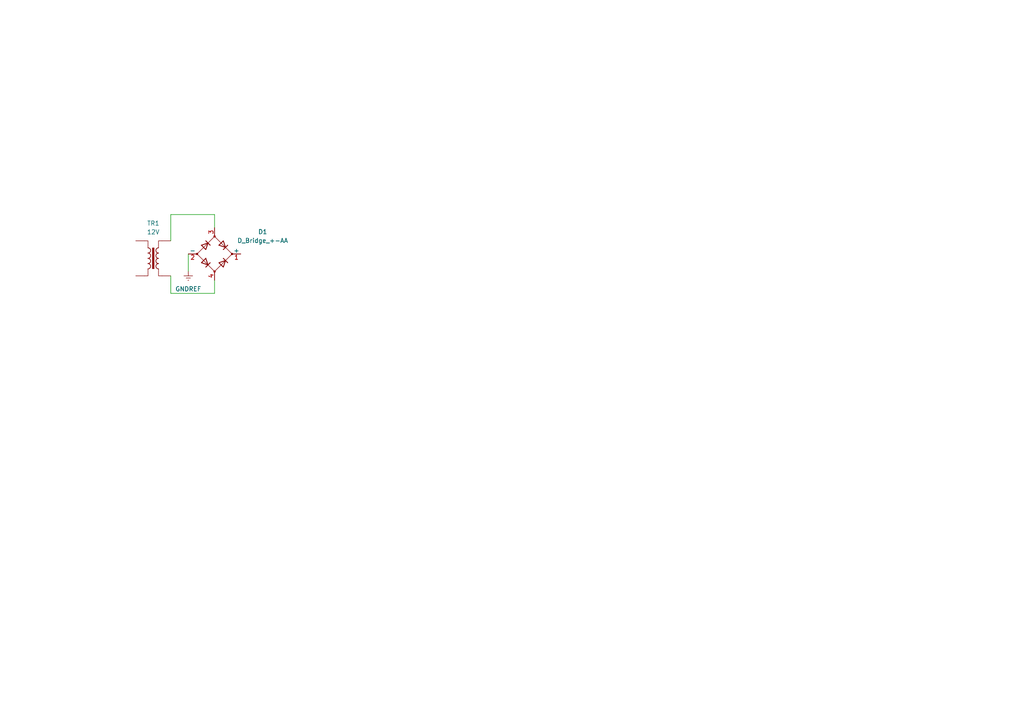
<source format=kicad_sch>
(kicad_sch (version 20250114) (generator "eeschema") (generator_version "9.0")
  (paper "A4")
  (lib_symbols
    (symbol "Device:D_Bridge_+-AA" (pin_names (offset 0))
      (property "Reference" "D" (at 2.54 6.985 0))
      (property "Value" "D_Bridge_+-AA" (at 2.54 5.08 0))
      (symbol "D_Bridge_+-AA_0_1"
        (circle (center -5.08 0) (radius 0.254) (fill (type outline)))
        (polyline (pts (xy -5.08 0) (xy 0 -5.08) (xy 5.08 0) (xy 0 5.08) (xy -5.08 0)))
        (polyline (pts (xy -3.81 2.54) (xy -2.54 1.27) (xy -1.905 3.175) (xy -3.81 2.54)) (stroke (width 0.254)))
        (polyline (pts (xy -2.54 3.81) (xy -1.27 2.54)) (stroke (width 0.254)))
        (polyline (pts (xy -2.54 -1.27) (xy -3.81 -2.54) (xy -1.905 -3.175) (xy -2.54 -1.27)) (stroke (width 0.254)))
        (polyline (pts (xy -1.27 -2.54) (xy -2.54 -3.81)) (stroke (width 0.254)))
        (circle (center 0 5.08) (radius 0.254) (fill (type outline)))
        (circle (center 0 -5.08) (radius 0.254) (fill (type outline)))
        (polyline (pts (xy 1.27 2.54) (xy 2.54 3.81) (xy 3.175 1.905) (xy 1.27 2.54)) (stroke (width 0.254)))
        (polyline (pts (xy 2.54 1.27) (xy 3.81 2.54)) (stroke (width 0.254)))
        (polyline (pts (xy 2.54 -1.27) (xy 3.81 -2.54)) (stroke (width 0.254)))
        (polyline (pts (xy 3.175 -1.905) (xy 1.27 -2.54) (xy 2.54 -3.81) (xy 3.175 -1.905)) (stroke (width 0.254)))
        (circle (center 5.08 0) (radius 0.254) (fill (type outline)))
      )
      (symbol "D_Bridge_+-AA_1_1"
        (pin passive line (at -7.62 0 0) (length 2.54) (name "-") (number "2"))
        (pin passive line (at 0 7.62 270) (length 2.54) (name "~") (number "3"))
        (pin passive line (at 0 -7.62 90) (length 2.54) (name "~") (number "4"))
        (pin passive line (at 7.62 0 180) (length 2.54) (name "+") (number "1"))
      )
    )
    (symbol "Transformer:TRANSF1" (pin_numbers (hide yes)) (pin_names (offset 0))
      (property "Reference" "TR" (at 0 6.35 0))
      (property "Value" "TRANSF1" (at 0 -6.35 0))
      (symbol "TRANSF1_0_1"
        (polyline (pts (xy -2.54 5.08) (xy -1.524 5.08) (xy -1.524 3.048)) (stroke (width 0.1524)))
        (arc (start -1.524 3.048) (mid -0.7653 2.286) (end -1.524 1.524) (stroke (width 0.2032)))
        (arc (start -1.524 1.524) (mid -0.7653 0.762) (end -1.524 0) (stroke (width 0.2032)))
        (arc (start -1.524 0) (mid -0.7653 -0.762) (end -1.524 -1.524) (stroke (width 0.2032)))
        (arc (start -1.524 -1.524) (mid -0.7653 -2.286) (end -1.524 -3.048) (stroke (width 0.2032)))
        (polyline (pts (xy -1.524 -3.048) (xy -1.524 -5.08) (xy -2.54 -5.08)) (stroke (width 0.1524)))
        (rectangle (start -0.254 3.048) (end 0.254 -3.048) (stroke (width 0.0254)) (fill (type outline)))
        (polyline (pts (xy 1.524 3.048) (xy 1.524 5.08) (xy 2.54 5.08)) (stroke (width 0.1524)))
        (arc (start 1.524 1.524) (mid 0.7653 2.286) (end 1.524 3.048) (stroke (width 0.2032)))
        (arc (start 1.524 0) (mid 0.7653 0.762) (end 1.524 1.524) (stroke (width 0.2032)))
        (arc (start 1.524 -1.524) (mid 0.7653 -0.762) (end 1.524 0) (stroke (width 0.2032)))
        (arc (start 1.524 -3.048) (mid 0.7653 -2.286) (end 1.524 -1.524) (stroke (width 0.2032)))
        (polyline (pts (xy 2.54 -5.08) (xy 1.524 -5.08) (xy 1.524 -3.048)) (stroke (width 0.1524)))
      )
      (symbol "TRANSF1_1_1"
        (pin passive line (at -5.08 5.08 0) (length 2.54) (name "~") (number "1"))
        (pin passive line (at -5.08 -5.08 0) (length 2.54) (name "~") (number "2"))
        (pin passive line (at 5.08 5.08 180) (length 2.54) (name "~") (number "4"))
        (pin passive line (at 5.08 -5.08 180) (length 2.54) (name "~") (number "3"))
      )
    )
    (symbol "power:GNDREF" (power) (pin_numbers (hide yes)) (pin_names (offset 0) (hide yes))
      (property "Value" "GNDREF" (at 0 -3.81 0))
      (symbol "GNDREF_0_1"
        (polyline (pts (xy -0.635 -1.905) (xy 0.635 -1.905)))
        (polyline (pts (xy -0.127 -2.54) (xy 0.127 -2.54)))
        (polyline (pts (xy 0 -1.27) (xy 0 0)))
        (polyline (pts (xy 1.27 -1.27) (xy -1.27 -1.27)))
      )
      (symbol "GNDREF_1_1"
        (pin power_in line (at 0 0 270) (length 0) (name "~") (number "1"))
      )
    )
  )
  (wire (pts (xy 49.53 80.01) (xy 49.53 85.09)))
  (wire (pts (xy 49.53 62.23) (xy 49.53 69.85)))
  (wire (pts (xy 62.23 85.09) (xy 62.23 81.28)))
  (wire (pts (xy 62.23 62.23) (xy 49.53 62.23)))
  (wire (pts (xy 62.23 62.23) (xy 62.23 66.04)))
  (wire (pts (xy 54.61 78.74) (xy 54.61 73.66)))
  (wire (pts (xy 49.53 85.09) (xy 62.23 85.09)))
  (symbol (lib_id "Transformer:TRANSF1") (at 44.45 74.93 0) (unit 1)
    (property "Reference" "TR1" (at 44.45 64.77 0))
    (property "Value" "12V" (at 44.45 67.31 0))
    (property "Footprint" "Transformer_THT:Transformer_NF_ETAL_P3324" (effects (hide yes)))
  )
  (symbol (lib_id "power:GNDREF") (at 54.61 78.74 0) (unit 1)
    (property "Reference" "#PWR01" (effects (hide yes)))
    (property "Value" "GNDREF" (at 54.61 83.82 0))
    (property "Description" "Power symbol creates a global label with name \"GNDREF\" , reference supply ground" (effects (hide yes)))
  )
  (symbol (lib_id "Device:D_Bridge_+-AA") (at 62.23 73.66 0) (unit 1)
    (property "Reference" "D1" (at 76.2 67.2398 0))
    (property "Value" "D_Bridge_+-AA" (at 76.2 69.7798 0))
    (property "Description" "Diode bridge, +ve/-ve/AC/AC" (effects (hide yes)))
  )
)
</source>
